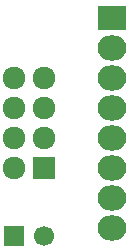
<source format=gbs>
G04 #@! TF.FileFunction,Soldermask,Bot*
%FSLAX46Y46*%
G04 Gerber Fmt 4.6, Leading zero omitted, Abs format (unit mm)*
G04 Created by KiCad (PCBNEW 4.0.1-stable) date 2016 January 17, Sunday 11:36:18*
%MOMM*%
G01*
G04 APERTURE LIST*
%ADD10C,0.100000*%
%ADD11R,2.432000X2.127200*%
%ADD12O,2.432000X2.127200*%
%ADD13C,1.924000*%
%ADD14R,1.924000X1.924000*%
%ADD15C,1.700000*%
%ADD16R,1.700000X1.700000*%
G04 APERTURE END LIST*
D10*
D11*
X151765000Y-107950000D03*
D12*
X151765000Y-110490000D03*
X151765000Y-113030000D03*
X151765000Y-115570000D03*
X151765000Y-118110000D03*
X151765000Y-120650000D03*
X151765000Y-123190000D03*
X151765000Y-125730000D03*
D13*
X146050000Y-118110000D03*
X146050000Y-115570000D03*
X146050000Y-113030000D03*
X143510000Y-113030000D03*
X143510000Y-115570000D03*
X143510000Y-118110000D03*
X143510000Y-120650000D03*
D14*
X146050000Y-120650000D03*
D15*
X146010000Y-126365000D03*
D16*
X143510000Y-126365000D03*
M02*

</source>
